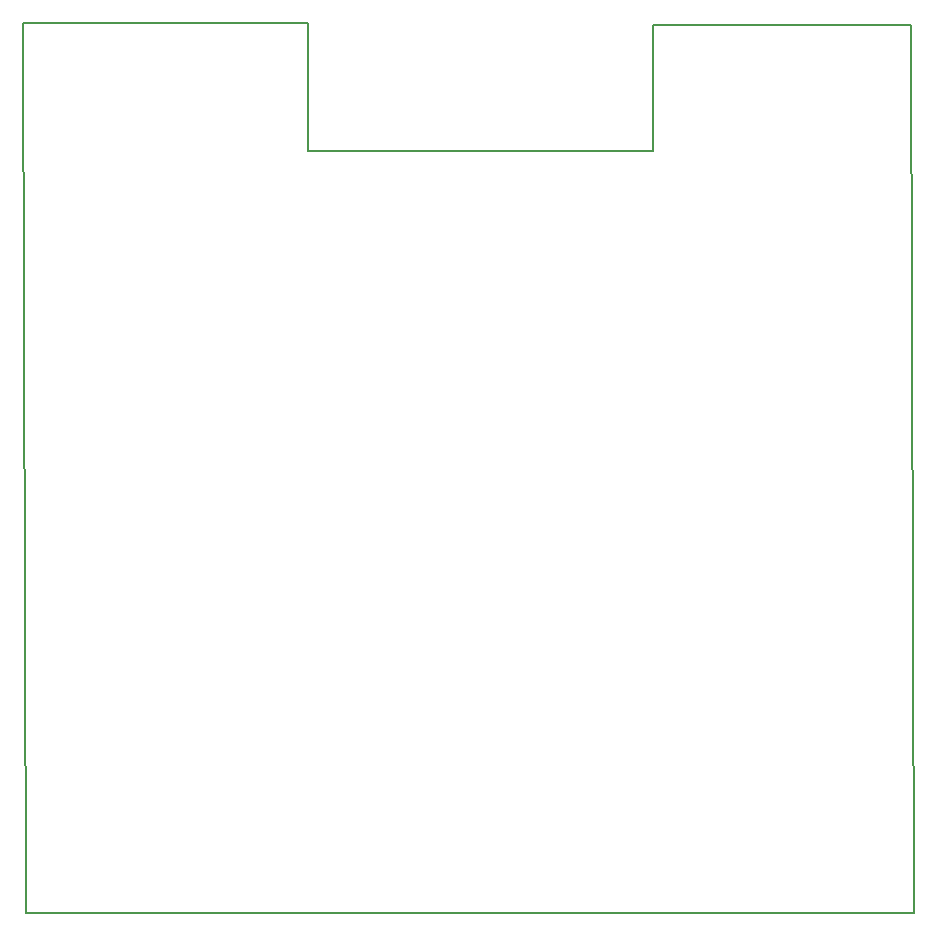
<source format=gbr>
G04 #@! TF.GenerationSoftware,KiCad,Pcbnew,7.0.11-7.0.11~ubuntu22.04.1*
G04 #@! TF.CreationDate,2024-10-06T14:21:29+01:00*
G04 #@! TF.ProjectId,jubileev2,6a756269-6c65-4657-9632-2e6b69636164,rev?*
G04 #@! TF.SameCoordinates,Original*
G04 #@! TF.FileFunction,Profile,NP*
%FSLAX46Y46*%
G04 Gerber Fmt 4.6, Leading zero omitted, Abs format (unit mm)*
G04 Created by KiCad (PCBNEW 7.0.11-7.0.11~ubuntu22.04.1) date 2024-10-06 14:21:29*
%MOMM*%
%LPD*%
G01*
G04 APERTURE LIST*
G04 #@! TA.AperFunction,Profile*
%ADD10C,0.150000*%
G04 #@! TD*
G04 APERTURE END LIST*
D10*
X40640000Y-129286000D02*
X40386000Y-53975000D01*
X115570000Y-54102000D02*
X93726000Y-54102000D01*
X64516000Y-53975000D02*
X40386000Y-53975000D01*
X115824000Y-129286000D02*
X40640000Y-129286000D01*
X64516000Y-53975000D02*
X64516000Y-64770000D01*
X64516000Y-64770000D02*
X93726000Y-64770000D01*
X115570000Y-54102000D02*
X115824000Y-129286000D01*
X93726000Y-64770000D02*
X93726000Y-54102000D01*
M02*

</source>
